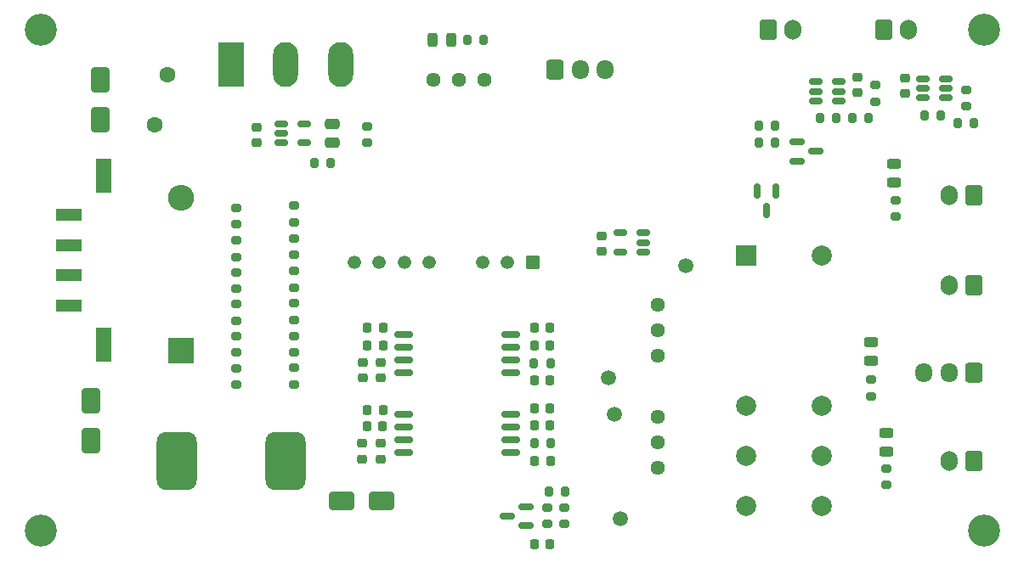
<source format=gbr>
%TF.GenerationSoftware,KiCad,Pcbnew,7.0.11-rc3*%
%TF.CreationDate,2025-03-16T23:31:10+08:00*%
%TF.ProjectId,TSAL,5453414c-2e6b-4696-9361-645f70636258,rev?*%
%TF.SameCoordinates,Original*%
%TF.FileFunction,Soldermask,Top*%
%TF.FilePolarity,Negative*%
%FSLAX46Y46*%
G04 Gerber Fmt 4.6, Leading zero omitted, Abs format (unit mm)*
G04 Created by KiCad (PCBNEW 7.0.11-rc3) date 2025-03-16 23:31:10*
%MOMM*%
%LPD*%
G01*
G04 APERTURE LIST*
G04 Aperture macros list*
%AMRoundRect*
0 Rectangle with rounded corners*
0 $1 Rounding radius*
0 $2 $3 $4 $5 $6 $7 $8 $9 X,Y pos of 4 corners*
0 Add a 4 corners polygon primitive as box body*
4,1,4,$2,$3,$4,$5,$6,$7,$8,$9,$2,$3,0*
0 Add four circle primitives for the rounded corners*
1,1,$1+$1,$2,$3*
1,1,$1+$1,$4,$5*
1,1,$1+$1,$6,$7*
1,1,$1+$1,$8,$9*
0 Add four rect primitives between the rounded corners*
20,1,$1+$1,$2,$3,$4,$5,0*
20,1,$1+$1,$4,$5,$6,$7,0*
20,1,$1+$1,$6,$7,$8,$9,0*
20,1,$1+$1,$8,$9,$2,$3,0*%
G04 Aperture macros list end*
%ADD10R,2.540000X1.270000*%
%ADD11R,1.650000X3.430000*%
%ADD12RoundRect,0.200000X0.275000X-0.200000X0.275000X0.200000X-0.275000X0.200000X-0.275000X-0.200000X0*%
%ADD13RoundRect,0.225000X0.225000X0.250000X-0.225000X0.250000X-0.225000X-0.250000X0.225000X-0.250000X0*%
%ADD14RoundRect,0.250000X-0.600000X-0.750000X0.600000X-0.750000X0.600000X0.750000X-0.600000X0.750000X0*%
%ADD15O,1.700000X2.000000*%
%ADD16RoundRect,0.150000X-0.512500X-0.150000X0.512500X-0.150000X0.512500X0.150000X-0.512500X0.150000X0*%
%ADD17RoundRect,0.200000X0.200000X0.275000X-0.200000X0.275000X-0.200000X-0.275000X0.200000X-0.275000X0*%
%ADD18RoundRect,0.200000X-0.200000X-0.275000X0.200000X-0.275000X0.200000X0.275000X-0.200000X0.275000X0*%
%ADD19RoundRect,0.250000X-1.000000X-0.650000X1.000000X-0.650000X1.000000X0.650000X-1.000000X0.650000X0*%
%ADD20RoundRect,0.150000X-0.587500X-0.150000X0.587500X-0.150000X0.587500X0.150000X-0.587500X0.150000X0*%
%ADD21RoundRect,0.250000X-0.475000X0.250000X-0.475000X-0.250000X0.475000X-0.250000X0.475000X0.250000X0*%
%ADD22RoundRect,0.150000X-0.750000X-0.150000X0.750000X-0.150000X0.750000X0.150000X-0.750000X0.150000X0*%
%ADD23C,3.200000*%
%ADD24RoundRect,0.243750X-0.456250X0.243750X-0.456250X-0.243750X0.456250X-0.243750X0.456250X0.243750X0*%
%ADD25C,1.500000*%
%ADD26RoundRect,0.200000X-0.275000X0.200000X-0.275000X-0.200000X0.275000X-0.200000X0.275000X0.200000X0*%
%ADD27RoundRect,0.225000X-0.225000X-0.250000X0.225000X-0.250000X0.225000X0.250000X-0.225000X0.250000X0*%
%ADD28C,1.440000*%
%ADD29RoundRect,0.150000X-0.150000X0.587500X-0.150000X-0.587500X0.150000X-0.587500X0.150000X0.587500X0*%
%ADD30R,2.500000X4.500000*%
%ADD31O,2.500000X4.500000*%
%ADD32RoundRect,0.250000X0.600000X0.750000X-0.600000X0.750000X-0.600000X-0.750000X0.600000X-0.750000X0*%
%ADD33RoundRect,0.250000X-0.600000X-0.725000X0.600000X-0.725000X0.600000X0.725000X-0.600000X0.725000X0*%
%ADD34O,1.700000X1.950000*%
%ADD35C,2.000000*%
%ADD36R,2.000000X2.000000*%
%ADD37RoundRect,0.225000X-0.250000X0.225000X-0.250000X-0.225000X0.250000X-0.225000X0.250000X0.225000X0*%
%ADD38RoundRect,0.150000X0.512500X0.150000X-0.512500X0.150000X-0.512500X-0.150000X0.512500X-0.150000X0*%
%ADD39RoundRect,0.250000X0.650000X-1.000000X0.650000X1.000000X-0.650000X1.000000X-0.650000X-1.000000X0*%
%ADD40RoundRect,0.225000X0.250000X-0.225000X0.250000X0.225000X-0.250000X0.225000X-0.250000X-0.225000X0*%
%ADD41RoundRect,0.243750X-0.243750X-0.456250X0.243750X-0.456250X0.243750X0.456250X-0.243750X0.456250X0*%
%ADD42RoundRect,0.150000X0.587500X0.150000X-0.587500X0.150000X-0.587500X-0.150000X0.587500X-0.150000X0*%
%ADD43C,1.600000*%
%ADD44R,2.600000X2.600000*%
%ADD45O,2.600000X2.600000*%
%ADD46RoundRect,1.000000X1.000000X-1.900000X1.000000X1.900000X-1.000000X1.900000X-1.000000X-1.900000X0*%
%ADD47RoundRect,0.250000X0.600000X0.725000X-0.600000X0.725000X-0.600000X-0.725000X0.600000X-0.725000X0*%
%ADD48RoundRect,0.102000X0.565000X0.565000X-0.565000X0.565000X-0.565000X-0.565000X0.565000X-0.565000X0*%
%ADD49C,1.334000*%
G04 APERTURE END LIST*
D10*
%TO.C,J7*%
X68865000Y-51500000D03*
X68865000Y-54500000D03*
X68865000Y-57500000D03*
X68865000Y-60500000D03*
D11*
X72285000Y-47615000D03*
X72285000Y-64385000D03*
%TD*%
D12*
%TO.C,R31*%
X158212500Y-40632500D03*
X158212500Y-38982500D03*
%TD*%
D13*
%TO.C,C9*%
X100112500Y-64537500D03*
X98562500Y-64537500D03*
%TD*%
D14*
%TO.C,J4*%
X138500000Y-33000000D03*
D15*
X141000000Y-33000000D03*
%TD*%
D16*
%TO.C,IC4*%
X143275000Y-38217500D03*
X143275000Y-39167500D03*
X143275000Y-40117500D03*
X145550000Y-40117500D03*
X145550000Y-39167500D03*
X145550000Y-38217500D03*
%TD*%
D17*
%TO.C,R44*%
X94937500Y-46287500D03*
X93287500Y-46287500D03*
%TD*%
D12*
%TO.C,R21*%
X118216072Y-82287500D03*
X118216072Y-80637500D03*
%TD*%
D18*
%TO.C,R36*%
X137563928Y-44297298D03*
X139213928Y-44297298D03*
%TD*%
D17*
%TO.C,R20*%
X116862500Y-74250000D03*
X115212500Y-74250000D03*
%TD*%
D19*
%TO.C,D3*%
X96000000Y-80000000D03*
X100000000Y-80000000D03*
%TD*%
D12*
%TO.C,R11*%
X85537500Y-58862500D03*
X85537500Y-57212500D03*
%TD*%
D20*
%TO.C,Q4*%
X141346428Y-44207298D03*
X141346428Y-46107298D03*
X143221428Y-45157298D03*
%TD*%
D12*
%TO.C,R10*%
X85537500Y-62012500D03*
X85537500Y-60362500D03*
%TD*%
D21*
%TO.C,C27*%
X95037500Y-42387500D03*
X95037500Y-44287500D03*
%TD*%
D22*
%TO.C,IC2*%
X102212500Y-63382500D03*
X102212500Y-64652500D03*
X102212500Y-65922500D03*
X102212500Y-67192500D03*
X112862500Y-67192500D03*
X112862500Y-65922500D03*
X112862500Y-64652500D03*
X112862500Y-63382500D03*
%TD*%
D12*
%TO.C,R34*%
X149150000Y-40175000D03*
X149150000Y-38525000D03*
%TD*%
D23*
%TO.C,H1*%
X160000000Y-33000000D03*
%TD*%
D24*
%TO.C,D6*%
X148750000Y-64175000D03*
X148750000Y-66050000D03*
%TD*%
D25*
%TO.C,TP7*%
X123750000Y-81750000D03*
%TD*%
%TO.C,TP8*%
X130287500Y-56537500D03*
%TD*%
D26*
%TO.C,R38*%
X151250000Y-50000000D03*
X151250000Y-51650000D03*
%TD*%
D12*
%TO.C,R26*%
X148750000Y-69575000D03*
X148750000Y-67925000D03*
%TD*%
%TO.C,R25*%
X116466072Y-82287500D03*
X116466072Y-80637500D03*
%TD*%
D27*
%TO.C,C21*%
X115191072Y-84287500D03*
X116741072Y-84287500D03*
%TD*%
D28*
%TO.C,RV2*%
X127500000Y-76700000D03*
X127500000Y-74160000D03*
X127500000Y-71620000D03*
%TD*%
D27*
%TO.C,C13*%
X115225000Y-62750000D03*
X116775000Y-62750000D03*
%TD*%
D29*
%TO.C,Q3*%
X139287500Y-49131226D03*
X137387500Y-49131226D03*
X138337500Y-51006226D03*
%TD*%
D30*
%TO.C,Q5*%
X85000000Y-36500000D03*
D31*
X90450000Y-36500000D03*
X95900000Y-36500000D03*
%TD*%
D32*
%TO.C,J3*%
X159000000Y-76000000D03*
D15*
X156500000Y-76000000D03*
%TD*%
D17*
%TO.C,R24*%
X116825000Y-66250000D03*
X115175000Y-66250000D03*
%TD*%
D33*
%TO.C,J5*%
X117287500Y-37012500D03*
D34*
X119787500Y-37012500D03*
X122287500Y-37012500D03*
%TD*%
D35*
%TO.C,K1*%
X136312500Y-75500000D03*
X136312500Y-70500000D03*
X136312500Y-80500000D03*
X143812500Y-75500000D03*
X143812500Y-70500000D03*
X143812500Y-80500000D03*
D36*
X136312500Y-55500000D03*
D35*
X143812500Y-55500000D03*
%TD*%
D22*
%TO.C,IC1*%
X102212500Y-71382500D03*
X102212500Y-72652500D03*
X102212500Y-73922500D03*
X102212500Y-75192500D03*
X112862500Y-75192500D03*
X112862500Y-73922500D03*
X112862500Y-72652500D03*
X112862500Y-71382500D03*
%TD*%
D12*
%TO.C,R18*%
X91287500Y-61962500D03*
X91287500Y-60312500D03*
%TD*%
D37*
%TO.C,C6*%
X99937500Y-74262500D03*
X99937500Y-75812500D03*
%TD*%
D13*
%TO.C,C33*%
X116775000Y-68000000D03*
X115225000Y-68000000D03*
%TD*%
D38*
%TO.C,U5*%
X126037500Y-55187500D03*
X126037500Y-54237500D03*
X126037500Y-53287500D03*
X123762500Y-53287500D03*
X123762500Y-55187500D03*
%TD*%
D32*
%TO.C,J8*%
X159000000Y-49500000D03*
D15*
X156500000Y-49500000D03*
%TD*%
D12*
%TO.C,R29*%
X150250000Y-78400000D03*
X150250000Y-76750000D03*
%TD*%
D26*
%TO.C,R17*%
X91287500Y-53812500D03*
X91287500Y-55462500D03*
%TD*%
D39*
%TO.C,D10*%
X71000000Y-74000000D03*
X71000000Y-70000000D03*
%TD*%
D26*
%TO.C,R12*%
X85537500Y-50787500D03*
X85537500Y-52437500D03*
%TD*%
D25*
%TO.C,TP9*%
X122600000Y-67750000D03*
%TD*%
D40*
%TO.C,C26*%
X147400000Y-39275000D03*
X147400000Y-37725000D03*
%TD*%
D41*
%TO.C,D5*%
X105062500Y-34000000D03*
X106937500Y-34000000D03*
%TD*%
D28*
%TO.C,RV3*%
X105190000Y-38000000D03*
X107730000Y-38000000D03*
X110270000Y-38000000D03*
%TD*%
D26*
%TO.C,R45*%
X98537500Y-42637500D03*
X98537500Y-44287500D03*
%TD*%
D18*
%TO.C,R37*%
X137563928Y-42547298D03*
X139213928Y-42547298D03*
%TD*%
D27*
%TO.C,C14*%
X115225000Y-72500000D03*
X116775000Y-72500000D03*
%TD*%
D17*
%TO.C,R6*%
X110150000Y-34000000D03*
X108500000Y-34000000D03*
%TD*%
D13*
%TO.C,C8*%
X100087500Y-72537500D03*
X98537500Y-72537500D03*
%TD*%
%TO.C,C15*%
X116812500Y-76000000D03*
X115262500Y-76000000D03*
%TD*%
D23*
%TO.C,H4*%
X66000000Y-83000000D03*
%TD*%
D27*
%TO.C,C18*%
X115225000Y-70750000D03*
X116775000Y-70750000D03*
%TD*%
D39*
%TO.C,D1*%
X72000000Y-42000000D03*
X72000000Y-38000000D03*
%TD*%
D37*
%TO.C,C11*%
X99937500Y-66162500D03*
X99937500Y-67712500D03*
%TD*%
D42*
%TO.C,Q1*%
X114403572Y-82487500D03*
X114403572Y-80587500D03*
X112528572Y-81537500D03*
%TD*%
D12*
%TO.C,R14*%
X91287500Y-68362500D03*
X91287500Y-66712500D03*
%TD*%
D17*
%TO.C,R33*%
X145287500Y-41787500D03*
X143637500Y-41787500D03*
%TD*%
D43*
%TO.C,RV1*%
X77350000Y-42500000D03*
X78650000Y-37500000D03*
%TD*%
D27*
%TO.C,C5*%
X98562500Y-70937500D03*
X100112500Y-70937500D03*
%TD*%
D28*
%TO.C,RV4*%
X127500000Y-60420000D03*
X127500000Y-62960000D03*
X127500000Y-65500000D03*
%TD*%
D27*
%TO.C,C19*%
X115225000Y-64500000D03*
X116775000Y-64500000D03*
%TD*%
D12*
%TO.C,R9*%
X85537500Y-65187500D03*
X85537500Y-63537500D03*
%TD*%
D25*
%TO.C,TP3*%
X123200000Y-71400000D03*
%TD*%
D26*
%TO.C,R13*%
X85537500Y-54037500D03*
X85537500Y-55687500D03*
%TD*%
D17*
%TO.C,R30*%
X155712500Y-41557500D03*
X154062500Y-41557500D03*
%TD*%
D26*
%TO.C,R15*%
X91287500Y-50562500D03*
X91287500Y-52212500D03*
%TD*%
D44*
%TO.C,D4*%
X80000000Y-65000000D03*
D45*
X80000000Y-49760000D03*
%TD*%
D23*
%TO.C,H2*%
X160000000Y-83000000D03*
%TD*%
D37*
%TO.C,C25*%
X152100000Y-37825000D03*
X152100000Y-39375000D03*
%TD*%
D12*
%TO.C,R19*%
X91287500Y-58712500D03*
X91287500Y-57062500D03*
%TD*%
%TO.C,R16*%
X91287500Y-65212500D03*
X91287500Y-63562500D03*
%TD*%
D16*
%TO.C,IC3*%
X153937500Y-37907500D03*
X153937500Y-38857500D03*
X153937500Y-39807500D03*
X156212500Y-39807500D03*
X156212500Y-38857500D03*
X156212500Y-37907500D03*
%TD*%
D37*
%TO.C,C7*%
X98037500Y-74262500D03*
X98037500Y-75812500D03*
%TD*%
D24*
%TO.C,D7*%
X150250000Y-73250000D03*
X150250000Y-75125000D03*
%TD*%
D17*
%TO.C,R32*%
X159037500Y-42287500D03*
X157387500Y-42287500D03*
%TD*%
D14*
%TO.C,J1*%
X150000000Y-33000000D03*
D15*
X152500000Y-33000000D03*
%TD*%
D37*
%TO.C,C10*%
X98137500Y-66162500D03*
X98137500Y-67712500D03*
%TD*%
D23*
%TO.C,H3*%
X66000000Y-33000000D03*
%TD*%
D24*
%TO.C,D9*%
X151000000Y-46375000D03*
X151000000Y-48250000D03*
%TD*%
D27*
%TO.C,C12*%
X98562500Y-62737500D03*
X100112500Y-62737500D03*
%TD*%
D32*
%TO.C,J6*%
X159000000Y-58500000D03*
D15*
X156500000Y-58500000D03*
%TD*%
D40*
%TO.C,C2*%
X121937500Y-55100000D03*
X121937500Y-53550000D03*
%TD*%
%TO.C,C24*%
X87537500Y-44312500D03*
X87537500Y-42762500D03*
%TD*%
D18*
%TO.C,R22*%
X116641072Y-79037500D03*
X118291072Y-79037500D03*
%TD*%
D16*
%TO.C,U7*%
X90012500Y-42387500D03*
X90012500Y-43337500D03*
X90012500Y-44287500D03*
X92287500Y-44287500D03*
X92287500Y-42387500D03*
%TD*%
D46*
%TO.C,F1*%
X79600000Y-76000000D03*
X90400000Y-76000000D03*
%TD*%
D12*
%TO.C,R8*%
X85537500Y-68437500D03*
X85537500Y-66787500D03*
%TD*%
D47*
%TO.C,J2*%
X159000000Y-67250000D03*
D34*
X156500000Y-67250000D03*
X154000000Y-67250000D03*
%TD*%
D48*
%TO.C,PS1*%
X115037500Y-56237500D03*
D49*
X112537500Y-56237500D03*
X110037500Y-56237500D03*
X104737500Y-56237500D03*
X102237500Y-56237500D03*
X99737500Y-56237500D03*
X97237500Y-56237500D03*
%TD*%
D17*
%TO.C,R35*%
X148537500Y-41787500D03*
X146887500Y-41787500D03*
%TD*%
M02*

</source>
